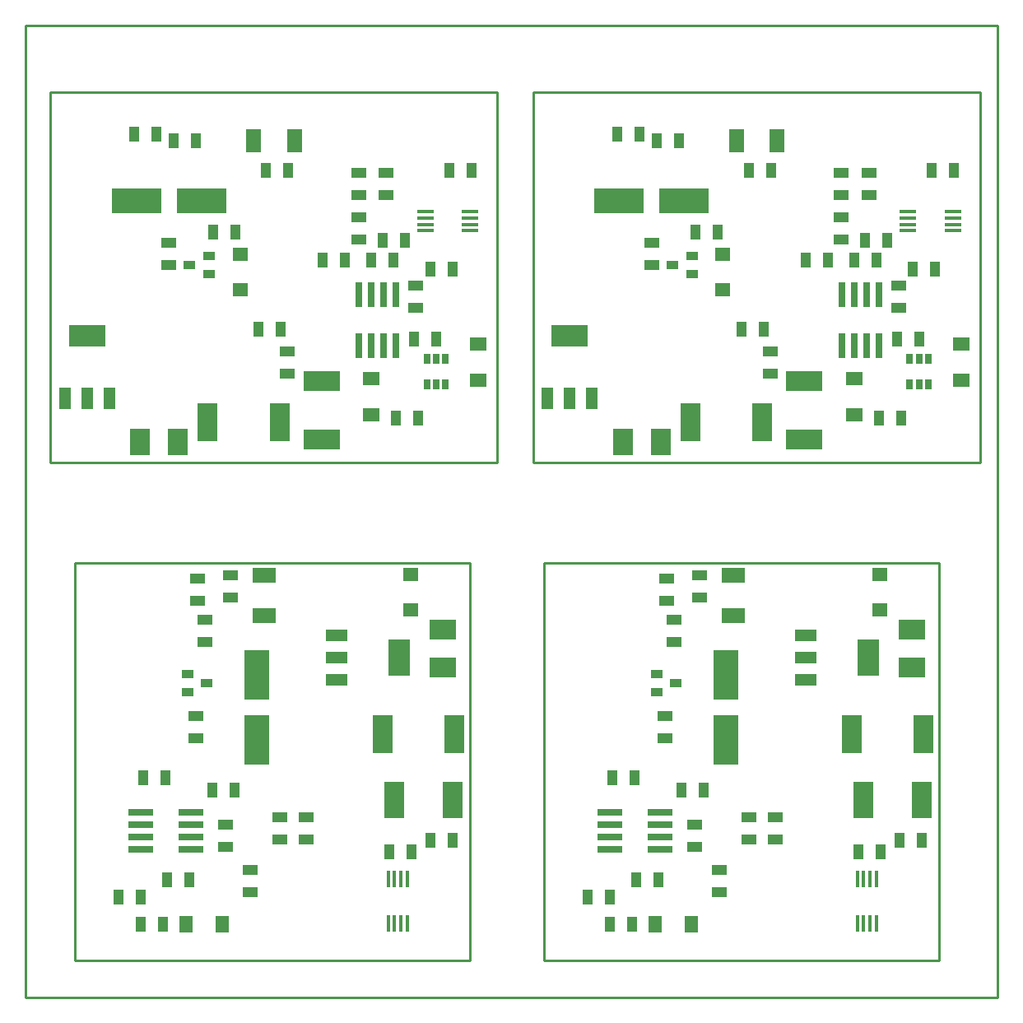
<source format=gtp>
%FSLAX23Y23*%
%MOIN*%
G70*
G01*
G75*
G04 Layer_Color=8421504*
%ADD10R,0.079X0.150*%
%ADD11R,0.039X0.059*%
%ADD12R,0.063X0.055*%
%ADD13R,0.094X0.063*%
%ADD14R,0.059X0.039*%
%ADD15R,0.079X0.157*%
%ADD16R,0.100X0.200*%
%ADD17R,0.050X0.035*%
%ADD18R,0.110X0.079*%
%ADD19R,0.100X0.030*%
%ADD20R,0.017X0.066*%
%ADD21R,0.055X0.071*%
%ADD22R,0.090X0.150*%
%ADD23R,0.085X0.050*%
%ADD24R,0.150X0.079*%
%ADD25R,0.071X0.055*%
%ADD26R,0.063X0.094*%
%ADD27R,0.200X0.100*%
%ADD28R,0.079X0.110*%
%ADD29R,0.030X0.100*%
%ADD30R,0.026X0.042*%
%ADD31R,0.066X0.017*%
%ADD32R,0.150X0.090*%
%ADD33R,0.050X0.085*%
%ADD34C,0.025*%
%ADD35C,0.030*%
%ADD36C,0.040*%
%ADD37C,0.015*%
%ADD38C,0.020*%
%ADD39C,0.035*%
%ADD40C,0.050*%
%ADD41C,0.055*%
%ADD42C,0.010*%
%ADD43C,0.045*%
%ADD44C,0.060*%
%ADD45R,0.151X0.305*%
%ADD46R,0.035X0.075*%
%ADD47R,0.065X0.080*%
%ADD48R,0.280X0.151*%
%ADD49R,0.052X0.100*%
%ADD50R,0.094X0.047*%
%ADD51R,0.120X0.040*%
%ADD52R,0.035X0.045*%
%ADD53R,0.085X0.065*%
%ADD54R,0.064X0.076*%
%ADD55R,0.044X0.080*%
%ADD56C,0.079*%
%ADD57C,0.100*%
%ADD58C,0.138*%
%ADD59C,0.040*%
%ADD60C,0.050*%
%ADD61C,0.070*%
%ADD62R,0.030X0.070*%
%ADD63R,0.070X0.030*%
%ADD64R,0.094X0.047*%
%ADD65R,0.047X0.110*%
%ADD66R,0.205X0.305*%
%ADD67R,0.290X0.235*%
%ADD68C,0.004*%
%ADD69C,0.003*%
%ADD70C,0.002*%
%ADD71C,0.002*%
%ADD72C,0.005*%
%ADD73C,0.001*%
%ADD74C,0.008*%
%ADD75C,0.008*%
%ADD76R,0.060X0.169*%
%ADD77R,0.063X0.021*%
%ADD78R,0.021X0.063*%
%ADD79R,0.169X0.060*%
%ADD80R,0.063X0.023*%
D10*
X3394Y800D02*
D03*
X3630D02*
D03*
X1494D02*
D03*
X1730D02*
D03*
D11*
X3540Y635D02*
D03*
X3630D02*
D03*
X2465Y890D02*
D03*
X2375D02*
D03*
X2365Y405D02*
D03*
X2275D02*
D03*
X2472Y475D02*
D03*
X2562D02*
D03*
X2745Y840D02*
D03*
X2655D02*
D03*
X3464Y590D02*
D03*
X3374D02*
D03*
X2365Y295D02*
D03*
X2455D02*
D03*
X465D02*
D03*
X555D02*
D03*
X1564Y590D02*
D03*
X1474D02*
D03*
X845Y840D02*
D03*
X755D02*
D03*
X572Y475D02*
D03*
X662D02*
D03*
X465Y405D02*
D03*
X375D02*
D03*
X565Y890D02*
D03*
X475D02*
D03*
X1640Y635D02*
D03*
X1730D02*
D03*
X3545Y2345D02*
D03*
X3455D02*
D03*
X3528Y2665D02*
D03*
X3618D02*
D03*
X2555Y3470D02*
D03*
X2645D02*
D03*
X2928Y3351D02*
D03*
X3018D02*
D03*
X3248Y2985D02*
D03*
X3158D02*
D03*
X3445D02*
D03*
X3355D02*
D03*
X3400Y3065D02*
D03*
X3490D02*
D03*
X2395Y3495D02*
D03*
X2485D02*
D03*
X3670Y3350D02*
D03*
X3760D02*
D03*
X2988Y2706D02*
D03*
X2898D02*
D03*
X3593Y2951D02*
D03*
X3683D02*
D03*
X2713Y3101D02*
D03*
X2803D02*
D03*
X758D02*
D03*
X848D02*
D03*
X1638Y2951D02*
D03*
X1728D02*
D03*
X1033Y2706D02*
D03*
X943D02*
D03*
X1715Y3350D02*
D03*
X1805D02*
D03*
X440Y3495D02*
D03*
X530D02*
D03*
X1445Y3065D02*
D03*
X1535D02*
D03*
X1490Y2985D02*
D03*
X1400D02*
D03*
X1293D02*
D03*
X1203D02*
D03*
X973Y3351D02*
D03*
X1063D02*
D03*
X600Y3470D02*
D03*
X690D02*
D03*
X1573Y2665D02*
D03*
X1663D02*
D03*
X1590Y2345D02*
D03*
X1500D02*
D03*
D12*
X3460Y1712D02*
D03*
Y1570D02*
D03*
X1560Y1712D02*
D03*
Y1570D02*
D03*
X2823Y3008D02*
D03*
Y2866D02*
D03*
X868Y3008D02*
D03*
Y2866D02*
D03*
D13*
X2865Y1710D02*
D03*
Y1545D02*
D03*
X965Y1710D02*
D03*
Y1545D02*
D03*
D14*
X2595Y1605D02*
D03*
Y1695D02*
D03*
X2730Y1710D02*
D03*
Y1620D02*
D03*
X2710Y610D02*
D03*
Y700D02*
D03*
X2810Y515D02*
D03*
Y425D02*
D03*
X3035Y730D02*
D03*
Y640D02*
D03*
X2930Y730D02*
D03*
Y640D02*
D03*
X2625Y1440D02*
D03*
Y1530D02*
D03*
X2590Y1050D02*
D03*
Y1140D02*
D03*
X690Y1050D02*
D03*
Y1140D02*
D03*
X725Y1440D02*
D03*
Y1530D02*
D03*
X1030Y730D02*
D03*
Y640D02*
D03*
X1135Y730D02*
D03*
Y640D02*
D03*
X910Y515D02*
D03*
Y425D02*
D03*
X810Y610D02*
D03*
Y700D02*
D03*
X830Y1710D02*
D03*
Y1620D02*
D03*
X695Y1605D02*
D03*
Y1695D02*
D03*
X3015Y2525D02*
D03*
Y2615D02*
D03*
X3303Y3161D02*
D03*
Y3071D02*
D03*
X3535Y2793D02*
D03*
Y2883D02*
D03*
X3415Y3340D02*
D03*
Y3250D02*
D03*
X3303Y3340D02*
D03*
Y3250D02*
D03*
X2535Y3055D02*
D03*
Y2965D02*
D03*
X580Y3055D02*
D03*
Y2965D02*
D03*
X1348Y3340D02*
D03*
Y3250D02*
D03*
X1460Y3340D02*
D03*
Y3250D02*
D03*
X1580Y2793D02*
D03*
Y2883D02*
D03*
X1348Y3161D02*
D03*
Y3071D02*
D03*
X1060Y2525D02*
D03*
Y2615D02*
D03*
D15*
X3636Y1065D02*
D03*
X3345D02*
D03*
X1736D02*
D03*
X1445D02*
D03*
X2692Y2331D02*
D03*
X2983D02*
D03*
X737D02*
D03*
X1028D02*
D03*
D16*
X2835Y1307D02*
D03*
Y1043D02*
D03*
X935Y1307D02*
D03*
Y1043D02*
D03*
D17*
X2555Y1310D02*
D03*
Y1235D02*
D03*
X2634Y1273D02*
D03*
X655Y1310D02*
D03*
Y1235D02*
D03*
X734Y1273D02*
D03*
X2698Y2928D02*
D03*
Y3003D02*
D03*
X2619Y2965D02*
D03*
X743Y2928D02*
D03*
Y3003D02*
D03*
X664Y2965D02*
D03*
D18*
X3590Y1336D02*
D03*
Y1490D02*
D03*
X1690Y1336D02*
D03*
Y1490D02*
D03*
D19*
X2365Y750D02*
D03*
Y700D02*
D03*
Y650D02*
D03*
Y600D02*
D03*
X2570Y650D02*
D03*
Y700D02*
D03*
Y600D02*
D03*
Y750D02*
D03*
X465D02*
D03*
Y700D02*
D03*
Y650D02*
D03*
Y600D02*
D03*
X670Y650D02*
D03*
Y700D02*
D03*
Y600D02*
D03*
Y750D02*
D03*
D20*
X3445Y480D02*
D03*
X3419D02*
D03*
X3394D02*
D03*
X3368D02*
D03*
X3445Y299D02*
D03*
X3419D02*
D03*
X3394D02*
D03*
X3368D02*
D03*
X1545Y480D02*
D03*
X1519D02*
D03*
X1494D02*
D03*
X1468D02*
D03*
X1545Y299D02*
D03*
X1519D02*
D03*
X1494D02*
D03*
X1468D02*
D03*
D21*
X2550Y295D02*
D03*
X2696D02*
D03*
X650D02*
D03*
X796D02*
D03*
D22*
X3412Y1377D02*
D03*
X1512D02*
D03*
D23*
X3160Y1287D02*
D03*
Y1377D02*
D03*
Y1467D02*
D03*
X1260Y1287D02*
D03*
Y1377D02*
D03*
Y1467D02*
D03*
D24*
X3153Y2260D02*
D03*
Y2496D02*
D03*
X1198Y2260D02*
D03*
Y2496D02*
D03*
D25*
X3355Y2505D02*
D03*
Y2359D02*
D03*
X3788Y2646D02*
D03*
Y2500D02*
D03*
X1833Y2646D02*
D03*
Y2500D02*
D03*
X1400Y2505D02*
D03*
Y2359D02*
D03*
D26*
X2878Y3471D02*
D03*
X3043D02*
D03*
X923D02*
D03*
X1088D02*
D03*
D27*
X2403Y3225D02*
D03*
X2667D02*
D03*
X448D02*
D03*
X712D02*
D03*
D28*
X2572Y2251D02*
D03*
X2418D02*
D03*
X617D02*
D03*
X463D02*
D03*
D29*
X3305Y2640D02*
D03*
X3355D02*
D03*
X3405D02*
D03*
X3455D02*
D03*
X3405Y2845D02*
D03*
X3355D02*
D03*
X3455D02*
D03*
X3305D02*
D03*
X1350Y2640D02*
D03*
X1400D02*
D03*
X1450D02*
D03*
X1500D02*
D03*
X1450Y2845D02*
D03*
X1400D02*
D03*
X1500D02*
D03*
X1350D02*
D03*
D30*
X3618Y2483D02*
D03*
X3580Y2585D02*
D03*
X3618D02*
D03*
X3655D02*
D03*
Y2483D02*
D03*
X3580D02*
D03*
X1663D02*
D03*
X1625Y2585D02*
D03*
X1663D02*
D03*
X1700D02*
D03*
Y2483D02*
D03*
X1625D02*
D03*
D31*
X3755Y3105D02*
D03*
Y3131D02*
D03*
Y3156D02*
D03*
Y3182D02*
D03*
X3574Y3105D02*
D03*
Y3131D02*
D03*
Y3156D02*
D03*
Y3182D02*
D03*
X1800Y3105D02*
D03*
Y3131D02*
D03*
Y3156D02*
D03*
Y3182D02*
D03*
X1619Y3105D02*
D03*
Y3131D02*
D03*
Y3156D02*
D03*
Y3182D02*
D03*
D32*
X2203Y2678D02*
D03*
X248D02*
D03*
D33*
X2293Y2426D02*
D03*
X2203D02*
D03*
X2113D02*
D03*
X338D02*
D03*
X248D02*
D03*
X158D02*
D03*
D42*
X2100Y150D02*
Y1760D01*
X3700D01*
X2100Y150D02*
X3700D01*
Y1760D01*
X1800Y150D02*
Y1760D01*
X200Y150D02*
X1800D01*
X200Y1760D02*
X1800D01*
X200Y150D02*
Y1760D01*
X3937Y0D02*
Y3937D01*
X0D02*
X3937D01*
X0Y0D02*
Y3937D01*
Y0D02*
X3937D01*
X100Y2165D02*
X1910D01*
X100D02*
Y3665D01*
X1910Y2165D02*
Y3665D01*
X100D02*
X1910D01*
X2055D02*
X3865D01*
Y2165D02*
Y3665D01*
X2055Y2165D02*
Y3665D01*
Y2165D02*
X3865D01*
M02*

</source>
